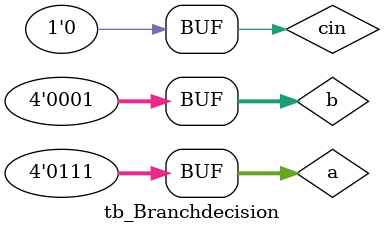
<source format=sv>
`timescale 1ns / 1ps


module tb_Branchdecision(

    );
    reg [3:0] a,b,s;
    reg cin,cout;
    Branchdecision uut(
        .a(a),
        .b(b),
        .s(s),
        .cout(cout),
        .cin(cin)
        );
        
     initial begin
        cin=1'b0;
        a=4'hF;
        b=4'h5;
        #10
        a=4'h9;
        b=4'hE;
        #10
        a=4'h1;
        b=4'hD;
        #10
        a=4'h7;
        b=4'h1;
      end
endmodule

</source>
